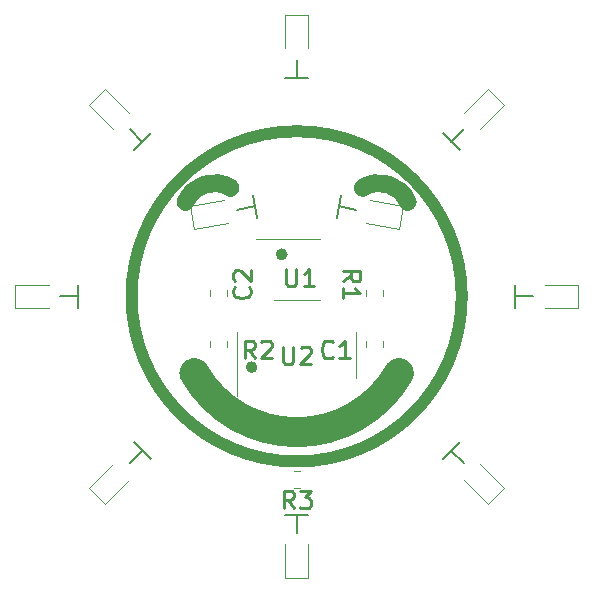
<source format=gbr>
G04 #@! TF.GenerationSoftware,KiCad,Pcbnew,5.1.5-52549c5~86~ubuntu19.04.1*
G04 #@! TF.CreationDate,2020-07-03T08:48:01-07:00*
G04 #@! TF.ProjectId,smd-star,736d642d-7374-4617-922e-6b696361645f,rev?*
G04 #@! TF.SameCoordinates,Original*
G04 #@! TF.FileFunction,Legend,Top*
G04 #@! TF.FilePolarity,Positive*
%FSLAX46Y46*%
G04 Gerber Fmt 4.6, Leading zero omitted, Abs format (unit mm)*
G04 Created by KiCad (PCBNEW 5.1.5-52549c5~86~ubuntu19.04.1) date 2020-07-03 08:48:01*
%MOMM*%
%LPD*%
G04 APERTURE LIST*
%ADD10C,2.500000*%
%ADD11C,1.500000*%
%ADD12C,1.000000*%
%ADD13C,0.500000*%
%ADD14C,0.120000*%
%ADD15C,0.200000*%
%ADD16C,0.250000*%
G04 APERTURE END LIST*
D10*
X8660127Y-6499780D02*
G75*
G02X-8660000Y-6500000I-8660127J4999780D01*
G01*
D11*
X5598784Y9187920D02*
G75*
G02X9397999Y8000000I1401216J-2187920D01*
G01*
X-5598784Y9187920D02*
G75*
G03X-9397999Y8000000I-1401216J-2187920D01*
G01*
D12*
X13979233Y0D02*
G75*
G03X13979233Y0I-13979233J0D01*
G01*
D13*
X-3560000Y-6000000D02*
G75*
G03X-3560000Y-6000000I-250000J0D01*
G01*
D14*
X-5060000Y-5000000D02*
X-5060000Y-8450000D01*
X-5060000Y-5000000D02*
X-5060000Y-3050000D01*
X5060000Y-5000000D02*
X5060000Y-6950000D01*
X5060000Y-5000000D02*
X5060000Y-3050000D01*
D13*
X-1020000Y3556000D02*
G75*
G03X-1020000Y3556000I-250000J0D01*
G01*
D14*
X0Y4846000D02*
X-3450000Y4846000D01*
X0Y4846000D02*
X1950000Y4846000D01*
X0Y-274000D02*
X-1950000Y-274000D01*
X0Y-274000D02*
X1950000Y-274000D01*
D15*
X3379525Y6622961D02*
X3726821Y8592576D01*
X5030384Y7347296D02*
X3553173Y7607769D01*
D14*
X8998445Y7622430D02*
X6181894Y8119064D01*
X8665040Y5731599D02*
X8998445Y7622430D01*
X5848490Y6228233D02*
X8665040Y5731599D01*
D15*
X-3726821Y8592576D02*
X-3379525Y6622961D01*
X-5030384Y7347296D02*
X-3553173Y7607769D01*
D14*
X-8665040Y5731599D02*
X-5848490Y6228233D01*
X-8998445Y7622430D02*
X-8665040Y5731599D01*
X-6181894Y8119064D02*
X-8998445Y7622430D01*
X-261252Y-16210000D02*
X261252Y-16210000D01*
X-261252Y-14790000D02*
X261252Y-14790000D01*
X-5890000Y-4325252D02*
X-5890000Y-3802748D01*
X-7310000Y-4325252D02*
X-7310000Y-3802748D01*
X5890000Y515252D02*
X5890000Y-7252D01*
X7310000Y515252D02*
X7310000Y-7252D01*
D15*
X13788233Y12374019D02*
X12374019Y13788233D01*
X14141786Y14141786D02*
X13081126Y13081126D01*
D14*
X16192396Y17550041D02*
X14170071Y15527716D01*
X17550041Y16192396D02*
X16192396Y17550041D01*
X15527716Y14170071D02*
X17550041Y16192396D01*
D15*
X18500000Y-1000000D02*
X18500000Y1000000D01*
X20000000Y0D02*
X18500000Y0D01*
D14*
X23860000Y960000D02*
X21000000Y960000D01*
X23860000Y-960000D02*
X23860000Y960000D01*
X21000000Y-960000D02*
X23860000Y-960000D01*
D15*
X12374019Y-13788233D02*
X13788233Y-12374019D01*
X14141786Y-14141786D02*
X13081126Y-13081126D01*
D14*
X17550041Y-16192396D02*
X15527716Y-14170071D01*
X16192396Y-17550041D02*
X17550041Y-16192396D01*
X14170071Y-15527716D02*
X16192396Y-17550041D01*
D15*
X-1000000Y-18500000D02*
X1000000Y-18500000D01*
X0Y-20000000D02*
X0Y-18500000D01*
D14*
X960000Y-23860000D02*
X960000Y-21000000D01*
X-960000Y-23860000D02*
X960000Y-23860000D01*
X-960000Y-21000000D02*
X-960000Y-23860000D01*
D15*
X-13788233Y-12374019D02*
X-12374019Y-13788233D01*
X-14141786Y-14141786D02*
X-13081126Y-13081126D01*
D14*
X-16192396Y-17550041D02*
X-14170071Y-15527716D01*
X-17550041Y-16192396D02*
X-16192396Y-17550041D01*
X-15527716Y-14170071D02*
X-17550041Y-16192396D01*
D15*
X-18500000Y1000000D02*
X-18500000Y-1000000D01*
X-20000000Y0D02*
X-18500000Y0D01*
D14*
X-23860000Y-960000D02*
X-21000000Y-960000D01*
X-23860000Y960000D02*
X-23860000Y-960000D01*
X-21000000Y960000D02*
X-23860000Y960000D01*
D15*
X-12374019Y13788233D02*
X-13788233Y12374019D01*
X-14141786Y14141786D02*
X-13081126Y13081126D01*
D14*
X-17550041Y16192396D02*
X-15527716Y14170071D01*
X-16192396Y17550041D02*
X-17550041Y16192396D01*
X-14170071Y15527716D02*
X-16192396Y17550041D01*
D15*
X1000000Y18500000D02*
X-1000000Y18500000D01*
X0Y20000000D02*
X0Y18500000D01*
D14*
X-960000Y23860000D02*
X-960000Y21000000D01*
X960000Y23860000D02*
X-960000Y23860000D01*
X960000Y21000000D02*
X960000Y23860000D01*
X-5890000Y-7252D02*
X-5890000Y515252D01*
X-7310000Y-7252D02*
X-7310000Y515252D01*
X5890000Y-3802748D02*
X5890000Y-4325252D01*
X7310000Y-3802748D02*
X7310000Y-4325252D01*
D16*
X-1142857Y-4258571D02*
X-1142857Y-5472857D01*
X-1071428Y-5615714D01*
X-999999Y-5687142D01*
X-857142Y-5758571D01*
X-571428Y-5758571D01*
X-428571Y-5687142D01*
X-357142Y-5615714D01*
X-285714Y-5472857D01*
X-285714Y-4258571D01*
X357142Y-4401428D02*
X428571Y-4330000D01*
X571428Y-4258571D01*
X928571Y-4258571D01*
X1071428Y-4330000D01*
X1142857Y-4401428D01*
X1214285Y-4544285D01*
X1214285Y-4687142D01*
X1142857Y-4901428D01*
X285714Y-5758571D01*
X1214285Y-5758571D01*
X-888857Y2345428D02*
X-888857Y1131142D01*
X-817428Y988285D01*
X-745999Y916857D01*
X-603142Y845428D01*
X-317428Y845428D01*
X-174571Y916857D01*
X-103142Y988285D01*
X-31714Y1131142D01*
X-31714Y2345428D01*
X1468285Y845428D02*
X611142Y845428D01*
X1039714Y845428D02*
X1039714Y2345428D01*
X896857Y2131142D01*
X753999Y1988285D01*
X611142Y1916857D01*
X-250000Y-17950571D02*
X-749999Y-17236285D01*
X-1107142Y-17950571D02*
X-1107142Y-16450571D01*
X-535714Y-16450571D01*
X-392857Y-16522000D01*
X-321428Y-16593428D01*
X-250000Y-16736285D01*
X-250000Y-16950571D01*
X-321428Y-17093428D01*
X-392857Y-17164857D01*
X-535714Y-17236285D01*
X-1107142Y-17236285D01*
X250000Y-16450571D02*
X1178571Y-16450571D01*
X678571Y-17022000D01*
X892857Y-17022000D01*
X1035714Y-17093428D01*
X1107142Y-17164857D01*
X1178571Y-17307714D01*
X1178571Y-17664857D01*
X1107142Y-17807714D01*
X1035714Y-17879142D01*
X892857Y-17950571D01*
X464285Y-17950571D01*
X321428Y-17879142D01*
X250000Y-17807714D01*
X-3552000Y-5250571D02*
X-4052000Y-4536285D01*
X-4409142Y-5250571D02*
X-4409142Y-3750571D01*
X-3837714Y-3750571D01*
X-3694857Y-3822000D01*
X-3623428Y-3893428D01*
X-3552000Y-4036285D01*
X-3552000Y-4250571D01*
X-3623428Y-4393428D01*
X-3694857Y-4464857D01*
X-3837714Y-4536285D01*
X-4409142Y-4536285D01*
X-2980571Y-3893428D02*
X-2909142Y-3822000D01*
X-2766285Y-3750571D01*
X-2409142Y-3750571D01*
X-2266285Y-3822000D01*
X-2194857Y-3893428D01*
X-2123428Y-4036285D01*
X-2123428Y-4179142D01*
X-2194857Y-4393428D01*
X-3052000Y-5250571D01*
X-2123428Y-5250571D01*
X3893428Y1266000D02*
X4607714Y1766000D01*
X3893428Y2123142D02*
X5393428Y2123142D01*
X5393428Y1551714D01*
X5322000Y1408857D01*
X5250571Y1337428D01*
X5107714Y1266000D01*
X4893428Y1266000D01*
X4750571Y1337428D01*
X4679142Y1408857D01*
X4607714Y1551714D01*
X4607714Y2123142D01*
X3893428Y-162571D02*
X3893428Y694571D01*
X3893428Y266000D02*
X5393428Y265999D01*
X5179142Y408857D01*
X5036285Y551714D01*
X4964857Y694571D01*
X-4036285Y766000D02*
X-3964857Y694571D01*
X-3893428Y480285D01*
X-3893428Y337428D01*
X-3964857Y123142D01*
X-4107714Y-19714D01*
X-4250571Y-91142D01*
X-4536285Y-162571D01*
X-4750571Y-162571D01*
X-5036285Y-91142D01*
X-5179142Y-19714D01*
X-5322000Y123142D01*
X-5393428Y337428D01*
X-5393428Y480285D01*
X-5322000Y694571D01*
X-5250571Y766000D01*
X-5250571Y1337428D02*
X-5322000Y1408857D01*
X-5393428Y1551714D01*
X-5393428Y1908857D01*
X-5322000Y2051714D01*
X-5250571Y2123142D01*
X-5107714Y2194571D01*
X-4964857Y2194571D01*
X-4750571Y2123142D01*
X-3893428Y1266000D01*
X-3893428Y2194571D01*
X3052000Y-5107714D02*
X2980571Y-5179142D01*
X2766285Y-5250571D01*
X2623428Y-5250571D01*
X2409142Y-5179142D01*
X2266285Y-5036285D01*
X2194857Y-4893428D01*
X2123428Y-4607714D01*
X2123428Y-4393428D01*
X2194857Y-4107714D01*
X2266285Y-3964857D01*
X2409142Y-3822000D01*
X2623428Y-3750571D01*
X2766285Y-3750571D01*
X2980571Y-3822000D01*
X3052000Y-3893428D01*
X4480571Y-5250571D02*
X3623428Y-5250571D01*
X4052000Y-5250571D02*
X4052000Y-3750571D01*
X3909142Y-3964857D01*
X3766285Y-4107714D01*
X3623428Y-4179142D01*
M02*

</source>
